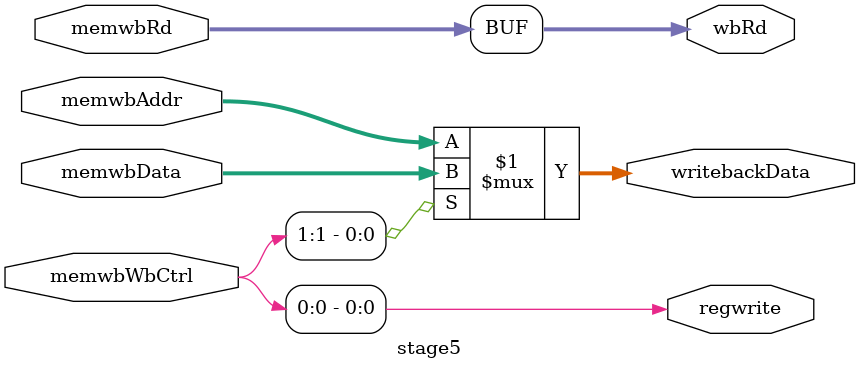
<source format=v>

/************************* WRITE-BACK STAGE *****************************
*
* Stage-5 of the pipeline
*
*************************************************************************/

module stage5(
    // Data from previous stage
    // ** memwbWb register address take from previous stage output
    input[31:0] memwbData, memwbAddr,
	input [4:0] memwbRd,  // writeback register

    // CONTROL SIGNALS
    input [1:0] memwbWbCtrl,


    output regwrite, // writeback??
    output[31:0] writebackData, // writeback data
    output [4:0] wbRd  // writeback register (forward)
);

    // memwbWbCtrl[1] -> signal to select data or address from previous stage
    // memwbWbCtrl[0] -> writeback signal to control writes to regfile(forward)
    assign regwrite = memwbWbCtrl[0];
    assign writebackData = memwbWbCtrl[1] ? memwbData : memwbAddr;
    assign wbRd = memwbRd;
    
endmodule
</source>
